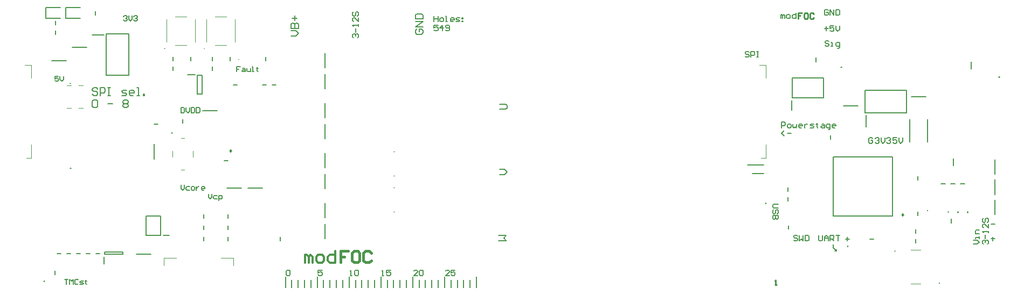
<source format=gto>
G04*
G04 #@! TF.GenerationSoftware,Altium Limited,Altium Designer,21.0.8 (223)*
G04*
G04 Layer_Color=65535*
%FSLAX25Y25*%
%MOIN*%
G70*
G04*
G04 #@! TF.SameCoordinates,386B6A0C-B290-4CC1-8F2B-2C95A909E97D*
G04*
G04*
G04 #@! TF.FilePolarity,Positive*
G04*
G01*
G75*
%ADD52C,0.00787*%
%ADD53C,0.01181*%
%ADD87C,0.00984*%
%ADD99C,0.00591*%
%ADD100C,0.01000*%
%ADD101C,0.00394*%
%ADD102C,0.00602*%
%ADD103C,0.01772*%
D52*
X744092Y311894D02*
Y312681D01*
Y311894D01*
X800667Y289685D02*
Y289291D01*
Y289685D01*
X793509Y334772D02*
Y334378D01*
Y334772D01*
X740470Y423437D02*
X739682D01*
X740470D01*
X693336Y339445D02*
Y338657D01*
Y339445D01*
X773072Y309433D02*
X773466D01*
X773072D01*
X813793Y350933D02*
X816352D01*
X807793D02*
X810352D01*
X801793D02*
X804352D01*
X771879Y331126D02*
Y367740D01*
X735265D02*
X771879D01*
X735265Y331126D02*
Y367740D01*
Y331126D02*
X771879D01*
X820572Y422366D02*
Y426500D01*
X809572Y362366D02*
Y366500D01*
X755368Y386185D02*
Y393665D01*
X754777Y395043D02*
X780368D01*
Y408823D01*
X754777D02*
X780368D01*
X754777Y395043D02*
Y408823D01*
X783545Y404933D02*
X792600D01*
X741545Y399433D02*
X750600D01*
X782560Y377043D02*
Y390823D01*
X793572Y390933D02*
X793584Y377043D01*
X835072Y331906D02*
Y340961D01*
Y344406D02*
Y353461D01*
Y356906D02*
Y365961D01*
X808072Y326654D02*
Y329213D01*
X707572Y322933D02*
Y324933D01*
X724572Y426653D02*
Y429213D01*
X709927Y404134D02*
Y416732D01*
X729218D01*
Y404134D02*
Y416732D01*
X709927Y404134D02*
X729218D01*
X709415Y396752D02*
Y402756D01*
X707072Y346153D02*
Y348713D01*
Y340154D02*
Y342713D01*
X787572Y331252D02*
Y333614D01*
Y353252D02*
Y355614D01*
X682029Y362492D02*
X692017D01*
X685127Y357374D02*
X692017D01*
X733572Y378752D02*
Y381114D01*
X786072Y314154D02*
Y316713D01*
Y320153D02*
Y322713D01*
X262965Y413428D02*
X263358D01*
X262965D01*
X263358D01*
X263908Y360531D02*
X263121D01*
X263908D01*
X247074Y290433D02*
Y290827D01*
Y290433D01*
Y290827D01*
X326164Y382819D02*
Y382425D01*
Y382819D01*
Y382425D01*
X384160Y427252D02*
Y429614D01*
X420660Y316905D02*
Y325961D01*
Y329906D02*
Y338961D01*
Y360906D02*
Y369961D01*
Y347905D02*
Y356961D01*
Y378906D02*
Y387961D01*
X358479Y365433D02*
X360841D01*
X304133Y307433D02*
X313188D01*
X345132Y396433D02*
X354188D01*
X284255Y301437D02*
Y305768D01*
X284452Y307146D02*
X295869D01*
Y308720D01*
X284452D02*
X295869D01*
X284452Y307146D02*
Y308720D01*
X335778Y418732D02*
X340306D01*
X341684Y406528D02*
Y418339D01*
Y406528D02*
X344637D01*
Y418339D01*
X341684D02*
X344637D01*
X326660Y427252D02*
Y429614D01*
X337660Y427252D02*
Y429614D01*
X320640Y318831D02*
X324381D01*
X319263Y319028D02*
Y330839D01*
X310207D02*
X319263D01*
X310207Y319028D02*
Y330839D01*
Y319028D02*
X319263D01*
X278979Y307784D02*
X281341D01*
X266979D02*
X269341D01*
X387979Y412433D02*
X390341D01*
X253660Y294752D02*
Y297114D01*
X314979Y387933D02*
X317341D01*
X264459Y435710D02*
X273514D01*
X326660Y421252D02*
Y423614D01*
X276692Y443417D02*
X284172D01*
X285550Y418417D02*
Y444008D01*
Y418417D02*
X299329D01*
Y444008D01*
X285550D02*
X299329D01*
X272979Y307784D02*
X275341D01*
X260979D02*
X263341D01*
X254979D02*
X257341D01*
X251632Y427433D02*
X260688D01*
X332660Y388752D02*
Y391114D01*
X315160Y366406D02*
Y375461D01*
X420660Y409905D02*
Y418961D01*
Y422905D02*
Y431961D01*
X360133Y348433D02*
X369188D01*
X373132D02*
X382188D01*
X420660Y391905D02*
Y400961D01*
X360660Y329752D02*
Y332114D01*
Y315752D02*
Y318114D01*
Y322752D02*
Y325114D01*
X278660Y455752D02*
Y458114D01*
X254160Y443752D02*
Y446114D01*
X345660Y322752D02*
Y325114D01*
Y315752D02*
Y318114D01*
Y329752D02*
Y332114D01*
X381979Y412433D02*
X384341D01*
X393160Y315752D02*
Y318114D01*
X254160Y449752D02*
Y452114D01*
X363979Y412433D02*
X366341D01*
X351160Y421252D02*
Y423614D01*
Y427252D02*
Y429614D01*
X248058Y453685D02*
X257113D01*
X248058D02*
Y460181D01*
X257113D01*
X260558Y453685D02*
X269613D01*
X260558D02*
Y460181D01*
X269613D01*
X362060Y427252D02*
Y429614D01*
X280096Y409713D02*
X279309Y410501D01*
X277735D01*
X276947Y409713D01*
Y408926D01*
X277735Y408139D01*
X279309D01*
X280096Y407352D01*
Y406565D01*
X279309Y405778D01*
X277735D01*
X276947Y406565D01*
X281670Y405778D02*
Y410501D01*
X284032D01*
X284819Y409713D01*
Y408139D01*
X284032Y407352D01*
X281670D01*
X286393Y410501D02*
X287968D01*
X287180D01*
Y405778D01*
X286393D01*
X287968D01*
X295052D02*
X297413D01*
X298200Y406565D01*
X297413Y407352D01*
X295839D01*
X295052Y408139D01*
X295839Y408926D01*
X298200D01*
X302136Y405778D02*
X300562D01*
X299775Y406565D01*
Y408139D01*
X300562Y408926D01*
X302136D01*
X302923Y408139D01*
Y407352D01*
X299775D01*
X304498Y405778D02*
X306072D01*
X305285D01*
Y410501D01*
X304498D01*
X308433Y405778D02*
Y406565D01*
X309221D01*
Y405778D01*
X308433D01*
X276947Y402156D02*
X277735Y402943D01*
X279309D01*
X280096Y402156D01*
Y399008D01*
X279309Y398220D01*
X277735D01*
X276947Y399008D01*
Y402156D01*
X286393Y400582D02*
X289542D01*
X295839Y402156D02*
X296626Y402943D01*
X298200D01*
X298988Y402156D01*
Y401369D01*
X298200Y400582D01*
X298988Y399795D01*
Y399008D01*
X298200Y398220D01*
X296626D01*
X295839Y399008D01*
Y399795D01*
X296626Y400582D01*
X295839Y401369D01*
Y402156D01*
X296626Y400582D02*
X298200D01*
X528650Y397220D02*
X532586D01*
X533373Y398008D01*
Y399582D01*
X532586Y400369D01*
X528650D01*
X528150Y315721D02*
X532873D01*
X531298Y317295D01*
X532873Y318869D01*
X528150D01*
X528650Y356720D02*
X531798D01*
X533373Y358295D01*
X531798Y359869D01*
X528650D01*
X399650Y442721D02*
X402798D01*
X404373Y444295D01*
X402798Y445869D01*
X399650D01*
Y447443D02*
X404373D01*
Y449805D01*
X403586Y450592D01*
X402798D01*
X402011Y449805D01*
Y447443D01*
Y449805D01*
X401224Y450592D01*
X400437D01*
X399650Y449805D01*
Y447443D01*
X402011Y452166D02*
Y455315D01*
X400437Y453741D02*
X403586D01*
X477437Y446869D02*
X476650Y446082D01*
Y444508D01*
X477437Y443720D01*
X480585D01*
X481373Y444508D01*
Y446082D01*
X480585Y446869D01*
X479011D01*
Y445295D01*
X481373Y448443D02*
X476650D01*
X481373Y451592D01*
X476650D01*
Y453166D02*
X481373D01*
Y455528D01*
X480585Y456315D01*
X477437D01*
X476650Y455528D01*
Y453166D01*
D53*
X408341Y302126D02*
Y306849D01*
X409522D01*
X410703Y305668D01*
Y302126D01*
Y305668D01*
X411883Y306849D01*
X413064Y305668D01*
Y302126D01*
X416606D02*
X418968D01*
X420148Y303307D01*
Y305668D01*
X418968Y306849D01*
X416606D01*
X415425Y305668D01*
Y303307D01*
X416606Y302126D01*
X427233Y309210D02*
Y302126D01*
X423691D01*
X422510Y303307D01*
Y305668D01*
X423691Y306849D01*
X427233D01*
D87*
X778572Y331716D02*
X777834Y332143D01*
Y331290D01*
X778572Y331716D01*
X837769Y417433D02*
X837375D01*
X837769D01*
X715918Y456959D02*
X713556D01*
Y455188D01*
X714737D01*
X713556D01*
Y453417D01*
X718870Y456959D02*
X717689D01*
X717099Y456369D01*
Y454008D01*
X717689Y453417D01*
X718870D01*
X719460Y454008D01*
Y456369D01*
X718870Y456959D01*
X723002Y456369D02*
X722412Y456959D01*
X721231D01*
X720641Y456369D01*
Y454008D01*
X721231Y453417D01*
X722412D01*
X723002Y454008D01*
X362841Y371547D02*
X362103Y371973D01*
Y371121D01*
X362841Y371547D01*
D99*
X736072Y309433D02*
X737072D01*
Y310433D01*
X735072Y311433D02*
X737072Y309433D01*
X735072Y311433D02*
Y313433D01*
X729663Y447295D02*
X732024D01*
X730843Y448475D02*
Y446114D01*
X735566Y449066D02*
X733205D01*
Y447295D01*
X734386Y447885D01*
X734976D01*
X735566Y447295D01*
Y446114D01*
X734976Y445524D01*
X733795D01*
X733205Y446114D01*
X736747Y449066D02*
Y446704D01*
X737928Y445524D01*
X739109Y446704D01*
Y449066D01*
X835082Y316904D02*
X832720D01*
X833901Y318085D02*
Y315724D01*
X732524Y439156D02*
X731934Y439747D01*
X730753D01*
X730163Y439156D01*
Y438566D01*
X730753Y437975D01*
X731934D01*
X732524Y437385D01*
Y436795D01*
X731934Y436204D01*
X730753D01*
X730163Y436795D01*
X733705Y436204D02*
X734886D01*
X734295D01*
Y438566D01*
X733705D01*
X737837Y435024D02*
X738428D01*
X739018Y435614D01*
Y438566D01*
X737247D01*
X736657Y437975D01*
Y436795D01*
X737247Y436204D01*
X739018D01*
X834982Y325904D02*
X832620D01*
X704934Y380524D02*
X703163Y382295D01*
X704934Y384066D01*
X706705Y382295D02*
X709066D01*
X732024Y458475D02*
X731434Y459066D01*
X730253D01*
X729663Y458475D01*
Y456114D01*
X730253Y455524D01*
X731434D01*
X732024Y456114D01*
Y457295D01*
X730843D01*
X733205Y455524D02*
Y459066D01*
X735566Y455524D01*
Y459066D01*
X736747D02*
Y455524D01*
X738518D01*
X739109Y456114D01*
Y458475D01*
X738518Y459066D01*
X736747D01*
X702663Y453524D02*
Y455885D01*
X703253D01*
X703843Y455295D01*
Y453524D01*
Y455295D01*
X704434Y455885D01*
X705024Y455295D01*
Y453524D01*
X706795D02*
X707976D01*
X708566Y454114D01*
Y455295D01*
X707976Y455885D01*
X706795D01*
X706205Y455295D01*
Y454114D01*
X706795Y453524D01*
X712109Y457066D02*
Y453524D01*
X710337D01*
X709747Y454114D01*
Y455295D01*
X710337Y455885D01*
X712109D01*
X759524Y378975D02*
X758934Y379566D01*
X757753D01*
X757163Y378975D01*
Y376614D01*
X757753Y376024D01*
X758934D01*
X759524Y376614D01*
Y377795D01*
X758344D01*
X757663Y316704D02*
X760024D01*
X774524Y379566D02*
X772163D01*
Y377795D01*
X773344Y378385D01*
X773934D01*
X774524Y377795D01*
Y376614D01*
X773934Y376024D01*
X772753D01*
X772163Y376614D01*
X775705Y379566D02*
Y377204D01*
X776886Y376024D01*
X778066Y377204D01*
Y379566D01*
X713024Y318475D02*
X712434Y319066D01*
X711253D01*
X710663Y318475D01*
Y317885D01*
X711253Y317295D01*
X712434D01*
X713024Y316704D01*
Y316114D01*
X712434Y315524D01*
X711253D01*
X710663Y316114D01*
X714205Y319066D02*
Y315524D01*
X715386Y316704D01*
X716566Y315524D01*
Y319066D01*
X717747D02*
Y315524D01*
X719518D01*
X720109Y316114D01*
Y318475D01*
X719518Y319066D01*
X717747D01*
X703163Y385704D02*
Y389247D01*
X704934D01*
X705524Y388656D01*
Y387475D01*
X704934Y386885D01*
X703163D01*
X707295Y385704D02*
X708476D01*
X709066Y386295D01*
Y387475D01*
X708476Y388066D01*
X707295D01*
X706705Y387475D01*
Y386295D01*
X707295Y385704D01*
X710247Y388066D02*
Y386295D01*
X710837Y385704D01*
X711428Y386295D01*
X712018Y385704D01*
X712608Y386295D01*
Y388066D01*
X715560Y385704D02*
X714380D01*
X713789Y386295D01*
Y387475D01*
X714380Y388066D01*
X715560D01*
X716151Y387475D01*
Y386885D01*
X713789D01*
X717331Y388066D02*
Y385704D01*
Y386885D01*
X717922Y387475D01*
X718512Y388066D01*
X719102D01*
X720873Y385704D02*
X722645D01*
X723235Y386295D01*
X722645Y386885D01*
X721464D01*
X720873Y387475D01*
X721464Y388066D01*
X723235D01*
X725006Y388656D02*
Y388066D01*
X724416D01*
X725596D01*
X725006D01*
Y386295D01*
X725596Y385704D01*
X727958Y388066D02*
X729139D01*
X729729Y387475D01*
Y385704D01*
X727958D01*
X727367Y386295D01*
X727958Y386885D01*
X729729D01*
X732090Y384524D02*
X732681D01*
X733271Y385114D01*
Y388066D01*
X731500D01*
X730910Y387475D01*
Y386295D01*
X731500Y385704D01*
X733271D01*
X736223D02*
X735042D01*
X734452Y386295D01*
Y387475D01*
X735042Y388066D01*
X736223D01*
X736813Y387475D01*
Y386885D01*
X734452D01*
X726163Y319066D02*
Y316114D01*
X726753Y315524D01*
X727934D01*
X728524Y316114D01*
Y319066D01*
X729705Y315524D02*
Y317885D01*
X730886Y319066D01*
X732066Y317885D01*
Y315524D01*
Y317295D01*
X729705D01*
X733247Y315524D02*
Y319066D01*
X735018D01*
X735608Y318475D01*
Y317295D01*
X735018Y316704D01*
X733247D01*
X734428D02*
X735608Y315524D01*
X736789Y319066D02*
X739151D01*
X737970D01*
Y315524D01*
X821772Y313524D02*
X824133D01*
X825314Y314704D01*
X824133Y315885D01*
X821772D01*
X825314Y317066D02*
Y318247D01*
Y317656D01*
X822952D01*
Y317066D01*
X825314Y320018D02*
X822952D01*
Y321789D01*
X823543Y322379D01*
X825314D01*
X828030Y313524D02*
X827439Y314114D01*
Y315295D01*
X828030Y315885D01*
X828620D01*
X829211Y315295D01*
Y314704D01*
Y315295D01*
X829801Y315885D01*
X830391D01*
X830982Y315295D01*
Y314114D01*
X830391Y313524D01*
X829211Y317066D02*
Y319427D01*
X830982Y320608D02*
Y321789D01*
Y321198D01*
X827439D01*
X828030Y320608D01*
X830982Y325921D02*
Y323560D01*
X828620Y325921D01*
X828030D01*
X827439Y325331D01*
Y324150D01*
X828030Y323560D01*
Y329463D02*
X827439Y328873D01*
Y327692D01*
X828030Y327102D01*
X828620D01*
X829211Y327692D01*
Y328873D01*
X829801Y329463D01*
X830391D01*
X830982Y328873D01*
Y327692D01*
X830391Y327102D01*
X701205Y338342D02*
X698253D01*
X697663Y337752D01*
Y336571D01*
X698253Y335981D01*
X701205D01*
X700615Y332439D02*
X701205Y333029D01*
Y334210D01*
X700615Y334800D01*
X700024D01*
X699434Y334210D01*
Y333029D01*
X698843Y332439D01*
X698253D01*
X697663Y333029D01*
Y334210D01*
X698253Y334800D01*
X701205Y331258D02*
X697663D01*
Y329487D01*
X698253Y328897D01*
X698843D01*
X699434Y329487D01*
Y331258D01*
Y329487D01*
X700024Y328897D01*
X700615D01*
X701205Y329487D01*
Y331258D01*
X743844Y317843D02*
Y315481D01*
X745024Y316662D02*
X742663D01*
X683024Y432475D02*
X682434Y433066D01*
X681253D01*
X680663Y432475D01*
Y431885D01*
X681253Y431295D01*
X682434D01*
X683024Y430704D01*
Y430114D01*
X682434Y429524D01*
X681253D01*
X680663Y430114D01*
X684205Y429524D02*
Y433066D01*
X685976D01*
X686566Y432475D01*
Y431295D01*
X685976Y430704D01*
X684205D01*
X687747Y433066D02*
X688928D01*
X688337D01*
Y429524D01*
X687747D01*
X688928D01*
X761163Y378975D02*
X761753Y379566D01*
X762934D01*
X763524Y378975D01*
Y378385D01*
X762934Y377795D01*
X762344D01*
X762934D01*
X763524Y377204D01*
Y376614D01*
X762934Y376024D01*
X761753D01*
X761163Y376614D01*
X764705Y379566D02*
Y377204D01*
X765886Y376024D01*
X767066Y377204D01*
Y379566D01*
X768247Y378975D02*
X768837Y379566D01*
X770018D01*
X770609Y378975D01*
Y378385D01*
X770018Y377795D01*
X769428D01*
X770018D01*
X770609Y377204D01*
Y376614D01*
X770018Y376024D01*
X768837D01*
X768247Y376614D01*
X498688Y286614D02*
Y291339D01*
X502625Y286614D02*
Y291339D01*
X506562Y286614D02*
Y291339D01*
X510499Y286614D02*
Y291339D01*
X514436Y286614D02*
Y293307D01*
X479003Y286614D02*
Y291339D01*
X482940Y286614D02*
Y291339D01*
X486877Y286614D02*
Y291339D01*
X490814Y286614D02*
Y291339D01*
X494751Y286614D02*
Y293307D01*
X459318Y286614D02*
Y291339D01*
X463255Y286614D02*
Y291339D01*
X467192Y286614D02*
Y291339D01*
X471129Y286614D02*
Y291339D01*
X475066Y286614D02*
Y293307D01*
X439633Y286614D02*
Y291339D01*
X443570Y286614D02*
Y291339D01*
X447507Y286614D02*
Y291339D01*
X451444Y286614D02*
Y291339D01*
X455381Y286614D02*
Y293307D01*
X419947Y286614D02*
Y291339D01*
X423884Y286614D02*
Y291339D01*
X427821Y286614D02*
Y291339D01*
X431758Y286614D02*
Y291339D01*
X435696Y286614D02*
Y293307D01*
X416011Y286614D02*
Y293307D01*
X412074Y286614D02*
Y291339D01*
X408137Y286614D02*
Y291339D01*
X404200Y286614D02*
Y291339D01*
X396325Y286614D02*
Y293307D01*
X400262Y286614D02*
Y291339D01*
X438452Y441535D02*
X437862Y442126D01*
Y443306D01*
X438452Y443897D01*
X439043D01*
X439633Y443306D01*
Y442716D01*
Y443306D01*
X440224Y443897D01*
X440814D01*
X441404Y443306D01*
Y442126D01*
X440814Y441535D01*
X439633Y445078D02*
Y447439D01*
X441404Y448620D02*
Y449800D01*
Y449210D01*
X437862D01*
X438452Y448620D01*
X441404Y453933D02*
Y451572D01*
X439043Y453933D01*
X438452D01*
X437862Y453343D01*
Y452162D01*
X438452Y451572D01*
Y457475D02*
X437862Y456885D01*
Y455704D01*
X438452Y455114D01*
X439043D01*
X439633Y455704D01*
Y456885D01*
X440224Y457475D01*
X440814D01*
X441404Y456885D01*
Y455704D01*
X440814Y455114D01*
X478018Y293898D02*
X475656D01*
X478018Y296259D01*
Y296849D01*
X477427Y297440D01*
X476247D01*
X475656Y296849D01*
X479198D02*
X479789Y297440D01*
X480969D01*
X481560Y296849D01*
Y294488D01*
X480969Y293898D01*
X479789D01*
X479198Y294488D01*
Y296849D01*
X455971Y293898D02*
X457152D01*
X456562D01*
Y297440D01*
X455971Y296849D01*
X461284Y297440D02*
X458923D01*
Y295669D01*
X460104Y296259D01*
X460694D01*
X461284Y295669D01*
Y294488D01*
X460694Y293898D01*
X459513D01*
X458923Y294488D01*
X436286Y293898D02*
X437467D01*
X436876D01*
Y297440D01*
X436286Y296849D01*
X439238D02*
X439828Y297440D01*
X441009D01*
X441599Y296849D01*
Y294488D01*
X441009Y293898D01*
X439828D01*
X439238Y294488D01*
Y296849D01*
X488255Y455076D02*
Y451534D01*
Y453305D01*
X490616D01*
Y455076D01*
Y451534D01*
X492387D02*
X493568D01*
X494158Y452124D01*
Y453305D01*
X493568Y453896D01*
X492387D01*
X491797Y453305D01*
Y452124D01*
X492387Y451534D01*
X495339D02*
X496520D01*
X495929D01*
Y455076D01*
X495339D01*
X500062Y451534D02*
X498881D01*
X498291Y452124D01*
Y453305D01*
X498881Y453896D01*
X500062D01*
X500652Y453305D01*
Y452715D01*
X498291D01*
X501833Y451534D02*
X503604D01*
X504194Y452124D01*
X503604Y452715D01*
X502423D01*
X501833Y453305D01*
X502423Y453896D01*
X504194D01*
X505375D02*
X505965D01*
Y453305D01*
X505375D01*
Y453896D01*
Y452124D02*
X505965D01*
Y451534D01*
X505375D01*
Y452124D01*
X490616Y449408D02*
X488255D01*
Y447637D01*
X489435Y448228D01*
X490026D01*
X490616Y447637D01*
Y446456D01*
X490026Y445866D01*
X488845D01*
X488255Y446456D01*
X493568Y445866D02*
Y449408D01*
X491797Y447637D01*
X494158D01*
X495339Y446456D02*
X495929Y445866D01*
X497110D01*
X497700Y446456D01*
Y448818D01*
X497110Y449408D01*
X495929D01*
X495339Y448818D01*
Y448228D01*
X495929Y447637D01*
X497700D01*
X418962Y297440D02*
X416601D01*
Y295669D01*
X417782Y296259D01*
X418372D01*
X418962Y295669D01*
Y294488D01*
X418372Y293898D01*
X417191D01*
X416601Y294488D01*
X396916Y296849D02*
X397506Y297440D01*
X398687D01*
X399277Y296849D01*
Y294488D01*
X398687Y293898D01*
X397506D01*
X396916Y294488D01*
Y296849D01*
X497703Y293898D02*
X495341D01*
X497703Y296259D01*
Y296849D01*
X497112Y297440D01*
X495932D01*
X495341Y296849D01*
X501245Y297440D02*
X498883D01*
Y295669D01*
X500064Y296259D01*
X500654D01*
X501245Y295669D01*
Y294488D01*
X500654Y293898D01*
X499474D01*
X498883Y294488D01*
D100*
X818072Y333433D02*
Y333633D01*
X812072Y333433D02*
Y333633D01*
X806065Y333496D02*
Y333696D01*
X698972Y288233D02*
X699972D01*
X699472D01*
Y291232D01*
X698972Y290732D01*
D101*
X689478Y424772D02*
X693415D01*
X689478D02*
X693415D01*
Y416602D02*
Y424772D01*
Y416602D02*
Y424772D01*
Y367094D02*
Y375264D01*
Y367094D02*
Y375264D01*
X690462Y367094D02*
X693415D01*
X690462D02*
X693415D01*
X783119Y288803D02*
X789025D01*
X783119D02*
X789025D01*
X783119Y310063D02*
X789025D01*
X783119D02*
X789025D01*
X367361Y428433D02*
X366967D01*
X367361D01*
X321273Y435085D02*
X321667D01*
X321273D01*
X346167D02*
X345774D01*
X346167D01*
X364117Y300370D02*
Y305095D01*
X356440D02*
X364117D01*
X321203D02*
X328881D01*
X321203Y300370D02*
Y305095D01*
X236050Y367094D02*
X239003D01*
X236050D02*
X239003D01*
Y375264D01*
Y367094D02*
Y375264D01*
Y416602D02*
Y424772D01*
Y416602D02*
Y424772D01*
X235066D02*
X239003D01*
X235066D02*
X239003D01*
X322802Y438846D02*
Y453020D01*
X328117Y437075D02*
X335203D01*
X328117Y454791D02*
X335203D01*
X340518Y438846D02*
Y453020D01*
X365018Y438846D02*
Y453020D01*
X352617Y454791D02*
X359703D01*
X352617Y437075D02*
X359703D01*
X347302Y438846D02*
Y453020D01*
X463121Y333591D02*
X463908D01*
X463121Y348571D02*
X463908D01*
X268522Y411823D02*
X271081D01*
X261239D02*
X263798D01*
X268522Y398043D02*
X271081D01*
X261239D02*
X263798D01*
X463121Y371071D02*
X463908D01*
X463121Y356091D02*
X463908D01*
X326361Y367465D02*
Y371402D01*
Y367465D02*
Y371402D01*
X331676Y359591D02*
X333644D01*
X331676D02*
X333644D01*
X331676Y379276D02*
X333644D01*
X331676D02*
X333644D01*
X338959Y367465D02*
Y371402D01*
Y367465D02*
Y371402D01*
D102*
X255861Y417684D02*
X253763D01*
Y416110D01*
X254812Y416635D01*
X255337D01*
X255861Y416110D01*
Y415060D01*
X255337Y414535D01*
X254287D01*
X253763Y415060D01*
X256911Y417684D02*
Y415585D01*
X257961Y414535D01*
X259010Y415585D01*
Y417684D01*
X368361Y423684D02*
X366263D01*
Y422110D01*
X367312D01*
X366263D01*
Y420535D01*
X369936Y422635D02*
X370985D01*
X371510Y422110D01*
Y420535D01*
X369936D01*
X369411Y421060D01*
X369936Y421585D01*
X371510D01*
X372560Y422635D02*
Y421060D01*
X373084Y420535D01*
X374659D01*
Y422635D01*
X375708Y420535D02*
X376758D01*
X376233D01*
Y423684D01*
X375708D01*
X378857Y423159D02*
Y422635D01*
X378332D01*
X379382D01*
X378857D01*
Y421060D01*
X379382Y420535D01*
X259763Y291684D02*
X261861D01*
X260812D01*
Y288535D01*
X262911D02*
Y291684D01*
X263961Y290634D01*
X265010Y291684D01*
Y288535D01*
X268159Y291159D02*
X267634Y291684D01*
X266584D01*
X266060Y291159D01*
Y289060D01*
X266584Y288535D01*
X267634D01*
X268159Y289060D01*
X269208Y288535D02*
X270782D01*
X271307Y289060D01*
X270782Y289585D01*
X269733D01*
X269208Y290110D01*
X269733Y290634D01*
X271307D01*
X272882Y291159D02*
Y290634D01*
X272357D01*
X273406D01*
X272882D01*
Y289060D01*
X273406Y288535D01*
X348762Y344734D02*
Y342635D01*
X349812Y341585D01*
X350862Y342635D01*
Y344734D01*
X354010Y343684D02*
X352436D01*
X351911Y343159D01*
Y342110D01*
X352436Y341585D01*
X354010D01*
X355060Y340535D02*
Y343684D01*
X356634D01*
X357159Y343159D01*
Y342110D01*
X356634Y341585D01*
X355060D01*
X331763Y398184D02*
Y395035D01*
X333337D01*
X333861Y395560D01*
Y397659D01*
X333337Y398184D01*
X331763D01*
X334911D02*
Y396085D01*
X335961Y395035D01*
X337010Y396085D01*
Y398184D01*
X338060D02*
Y395035D01*
X339634D01*
X340159Y395560D01*
Y397659D01*
X339634Y398184D01*
X338060D01*
X341208D02*
Y395035D01*
X342782D01*
X343307Y395560D01*
Y397659D01*
X342782Y398184D01*
X341208D01*
X331763Y350184D02*
Y348085D01*
X332812Y347035D01*
X333861Y348085D01*
Y350184D01*
X337010Y349134D02*
X335436D01*
X334911Y348610D01*
Y347560D01*
X335436Y347035D01*
X337010D01*
X338584D02*
X339634D01*
X340159Y347560D01*
Y348610D01*
X339634Y349134D01*
X338584D01*
X338060Y348610D01*
Y347560D01*
X338584Y347035D01*
X341208Y349134D02*
Y347035D01*
Y348085D01*
X341733Y348610D01*
X342258Y349134D01*
X342782D01*
X345931Y347035D02*
X344882D01*
X344357Y347560D01*
Y348610D01*
X344882Y349134D01*
X345931D01*
X346456Y348610D01*
Y348085D01*
X344357D01*
X296263Y454659D02*
X296787Y455184D01*
X297837D01*
X298361Y454659D01*
Y454135D01*
X297837Y453610D01*
X297312D01*
X297837D01*
X298361Y453085D01*
Y452560D01*
X297837Y452035D01*
X296787D01*
X296263Y452560D01*
X299411Y455184D02*
Y453085D01*
X300461Y452035D01*
X301510Y453085D01*
Y455184D01*
X302560Y454659D02*
X303084Y455184D01*
X304134D01*
X304659Y454659D01*
Y454135D01*
X304134Y453610D01*
X303609D01*
X304134D01*
X304659Y453085D01*
Y452560D01*
X304134Y452035D01*
X303084D01*
X302560Y452560D01*
D103*
X435155Y309301D02*
X430432D01*
Y305759D01*
X432793D01*
X430432D01*
Y302217D01*
X441058Y309301D02*
X438697D01*
X437516Y308120D01*
Y303397D01*
X438697Y302217D01*
X441058D01*
X442239Y303397D01*
Y308120D01*
X441058Y309301D01*
X449323Y308120D02*
X448143Y309301D01*
X445781D01*
X444600Y308120D01*
Y303397D01*
X445781Y302217D01*
X448143D01*
X449323Y303397D01*
M02*

</source>
